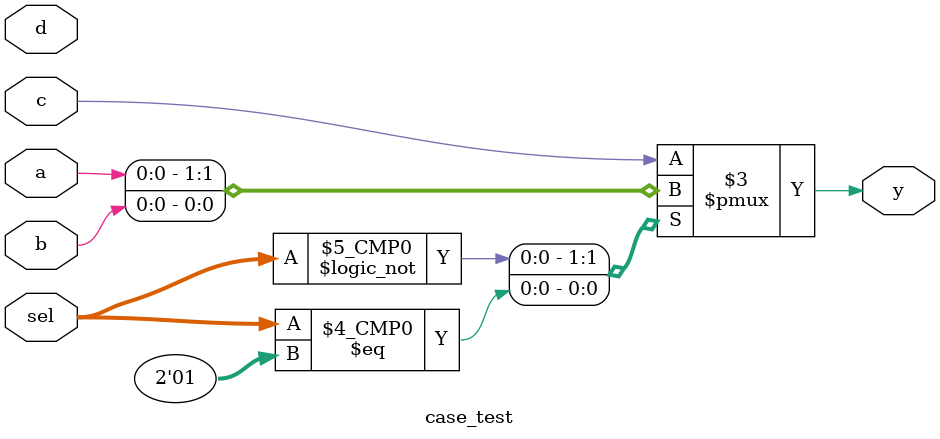
<source format=v>
`timescale 1ns / 1ps


module case_test(
        output reg y,
        input [1:0]sel,
        input a,
        input b,
        input c,
        input d
    );
    
    always@(*)begin
        case(sel)
            2'b00:y=a;
            2'b01:y=b;
            default:y=c;
        endcase
    end
endmodule

</source>
